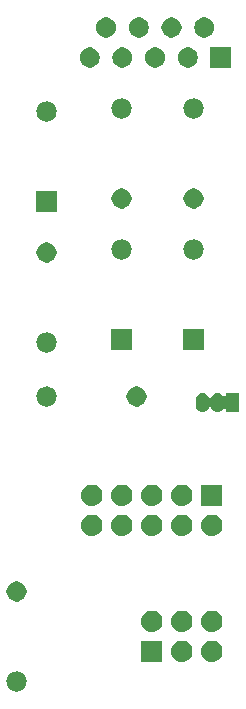
<source format=gbr>
G04 #@! TF.GenerationSoftware,KiCad,Pcbnew,5.1.4-3.fc30*
G04 #@! TF.CreationDate,2019-09-20T15:21:54+02:00*
G04 #@! TF.ProjectId,dasa-3,64617361-2d33-42e6-9b69-6361645f7063,0.5*
G04 #@! TF.SameCoordinates,Original*
G04 #@! TF.FileFunction,Soldermask,Top*
G04 #@! TF.FilePolarity,Negative*
%FSLAX46Y46*%
G04 Gerber Fmt 4.6, Leading zero omitted, Abs format (unit mm)*
G04 Created by KiCad (PCBNEW 5.1.4-3.fc30) date 2019-09-20 15:21:54*
%MOMM*%
%LPD*%
G04 APERTURE LIST*
%ADD10C,0.100000*%
G04 APERTURE END LIST*
D10*
G36*
X120562823Y-108127313D02*
G01*
X120723242Y-108175976D01*
X120855906Y-108246886D01*
X120871078Y-108254996D01*
X121000659Y-108361341D01*
X121107004Y-108490922D01*
X121107005Y-108490924D01*
X121186024Y-108638758D01*
X121234687Y-108799177D01*
X121251117Y-108966000D01*
X121234687Y-109132823D01*
X121186024Y-109293242D01*
X121115114Y-109425906D01*
X121107004Y-109441078D01*
X121000659Y-109570659D01*
X120871078Y-109677004D01*
X120871076Y-109677005D01*
X120723242Y-109756024D01*
X120562823Y-109804687D01*
X120437804Y-109817000D01*
X120354196Y-109817000D01*
X120229177Y-109804687D01*
X120068758Y-109756024D01*
X119920924Y-109677005D01*
X119920922Y-109677004D01*
X119791341Y-109570659D01*
X119684996Y-109441078D01*
X119676886Y-109425906D01*
X119605976Y-109293242D01*
X119557313Y-109132823D01*
X119540883Y-108966000D01*
X119557313Y-108799177D01*
X119605976Y-108638758D01*
X119684995Y-108490924D01*
X119684996Y-108490922D01*
X119791341Y-108361341D01*
X119920922Y-108254996D01*
X119936094Y-108246886D01*
X120068758Y-108175976D01*
X120229177Y-108127313D01*
X120354196Y-108115000D01*
X120437804Y-108115000D01*
X120562823Y-108127313D01*
X120562823Y-108127313D01*
G37*
G36*
X137085294Y-105524633D02*
G01*
X137257695Y-105576931D01*
X137416583Y-105661858D01*
X137555849Y-105776151D01*
X137670142Y-105915417D01*
X137755069Y-106074305D01*
X137807367Y-106246706D01*
X137825025Y-106426000D01*
X137807367Y-106605294D01*
X137755069Y-106777695D01*
X137670142Y-106936583D01*
X137555849Y-107075849D01*
X137416583Y-107190142D01*
X137257695Y-107275069D01*
X137085294Y-107327367D01*
X136950931Y-107340600D01*
X136861069Y-107340600D01*
X136726706Y-107327367D01*
X136554305Y-107275069D01*
X136395417Y-107190142D01*
X136256151Y-107075849D01*
X136141858Y-106936583D01*
X136056931Y-106777695D01*
X136004633Y-106605294D01*
X135986975Y-106426000D01*
X136004633Y-106246706D01*
X136056931Y-106074305D01*
X136141858Y-105915417D01*
X136256151Y-105776151D01*
X136395417Y-105661858D01*
X136554305Y-105576931D01*
X136726706Y-105524633D01*
X136861069Y-105511400D01*
X136950931Y-105511400D01*
X137085294Y-105524633D01*
X137085294Y-105524633D01*
G37*
G36*
X132740600Y-107340600D02*
G01*
X130911400Y-107340600D01*
X130911400Y-105511400D01*
X132740600Y-105511400D01*
X132740600Y-107340600D01*
X132740600Y-107340600D01*
G37*
G36*
X134545294Y-105524633D02*
G01*
X134717695Y-105576931D01*
X134876583Y-105661858D01*
X135015849Y-105776151D01*
X135130142Y-105915417D01*
X135215069Y-106074305D01*
X135267367Y-106246706D01*
X135285025Y-106426000D01*
X135267367Y-106605294D01*
X135215069Y-106777695D01*
X135130142Y-106936583D01*
X135015849Y-107075849D01*
X134876583Y-107190142D01*
X134717695Y-107275069D01*
X134545294Y-107327367D01*
X134410931Y-107340600D01*
X134321069Y-107340600D01*
X134186706Y-107327367D01*
X134014305Y-107275069D01*
X133855417Y-107190142D01*
X133716151Y-107075849D01*
X133601858Y-106936583D01*
X133516931Y-106777695D01*
X133464633Y-106605294D01*
X133446975Y-106426000D01*
X133464633Y-106246706D01*
X133516931Y-106074305D01*
X133601858Y-105915417D01*
X133716151Y-105776151D01*
X133855417Y-105661858D01*
X134014305Y-105576931D01*
X134186706Y-105524633D01*
X134321069Y-105511400D01*
X134410931Y-105511400D01*
X134545294Y-105524633D01*
X134545294Y-105524633D01*
G37*
G36*
X132005294Y-102984633D02*
G01*
X132177695Y-103036931D01*
X132336583Y-103121858D01*
X132475849Y-103236151D01*
X132590142Y-103375417D01*
X132675069Y-103534305D01*
X132727367Y-103706706D01*
X132745025Y-103886000D01*
X132727367Y-104065294D01*
X132675069Y-104237695D01*
X132590142Y-104396583D01*
X132475849Y-104535849D01*
X132336583Y-104650142D01*
X132177695Y-104735069D01*
X132005294Y-104787367D01*
X131870931Y-104800600D01*
X131781069Y-104800600D01*
X131646706Y-104787367D01*
X131474305Y-104735069D01*
X131315417Y-104650142D01*
X131176151Y-104535849D01*
X131061858Y-104396583D01*
X130976931Y-104237695D01*
X130924633Y-104065294D01*
X130906975Y-103886000D01*
X130924633Y-103706706D01*
X130976931Y-103534305D01*
X131061858Y-103375417D01*
X131176151Y-103236151D01*
X131315417Y-103121858D01*
X131474305Y-103036931D01*
X131646706Y-102984633D01*
X131781069Y-102971400D01*
X131870931Y-102971400D01*
X132005294Y-102984633D01*
X132005294Y-102984633D01*
G37*
G36*
X137085294Y-102984633D02*
G01*
X137257695Y-103036931D01*
X137416583Y-103121858D01*
X137555849Y-103236151D01*
X137670142Y-103375417D01*
X137755069Y-103534305D01*
X137807367Y-103706706D01*
X137825025Y-103886000D01*
X137807367Y-104065294D01*
X137755069Y-104237695D01*
X137670142Y-104396583D01*
X137555849Y-104535849D01*
X137416583Y-104650142D01*
X137257695Y-104735069D01*
X137085294Y-104787367D01*
X136950931Y-104800600D01*
X136861069Y-104800600D01*
X136726706Y-104787367D01*
X136554305Y-104735069D01*
X136395417Y-104650142D01*
X136256151Y-104535849D01*
X136141858Y-104396583D01*
X136056931Y-104237695D01*
X136004633Y-104065294D01*
X135986975Y-103886000D01*
X136004633Y-103706706D01*
X136056931Y-103534305D01*
X136141858Y-103375417D01*
X136256151Y-103236151D01*
X136395417Y-103121858D01*
X136554305Y-103036931D01*
X136726706Y-102984633D01*
X136861069Y-102971400D01*
X136950931Y-102971400D01*
X137085294Y-102984633D01*
X137085294Y-102984633D01*
G37*
G36*
X134545294Y-102984633D02*
G01*
X134717695Y-103036931D01*
X134876583Y-103121858D01*
X135015849Y-103236151D01*
X135130142Y-103375417D01*
X135215069Y-103534305D01*
X135267367Y-103706706D01*
X135285025Y-103886000D01*
X135267367Y-104065294D01*
X135215069Y-104237695D01*
X135130142Y-104396583D01*
X135015849Y-104535849D01*
X134876583Y-104650142D01*
X134717695Y-104735069D01*
X134545294Y-104787367D01*
X134410931Y-104800600D01*
X134321069Y-104800600D01*
X134186706Y-104787367D01*
X134014305Y-104735069D01*
X133855417Y-104650142D01*
X133716151Y-104535849D01*
X133601858Y-104396583D01*
X133516931Y-104237695D01*
X133464633Y-104065294D01*
X133446975Y-103886000D01*
X133464633Y-103706706D01*
X133516931Y-103534305D01*
X133601858Y-103375417D01*
X133716151Y-103236151D01*
X133855417Y-103121858D01*
X134014305Y-103036931D01*
X134186706Y-102984633D01*
X134321069Y-102971400D01*
X134410931Y-102971400D01*
X134545294Y-102984633D01*
X134545294Y-102984633D01*
G37*
G36*
X120644228Y-100527703D02*
G01*
X120799100Y-100591853D01*
X120938481Y-100684985D01*
X121057015Y-100803519D01*
X121150147Y-100942900D01*
X121214297Y-101097772D01*
X121247000Y-101262184D01*
X121247000Y-101429816D01*
X121214297Y-101594228D01*
X121150147Y-101749100D01*
X121057015Y-101888481D01*
X120938481Y-102007015D01*
X120799100Y-102100147D01*
X120644228Y-102164297D01*
X120479816Y-102197000D01*
X120312184Y-102197000D01*
X120147772Y-102164297D01*
X119992900Y-102100147D01*
X119853519Y-102007015D01*
X119734985Y-101888481D01*
X119641853Y-101749100D01*
X119577703Y-101594228D01*
X119545000Y-101429816D01*
X119545000Y-101262184D01*
X119577703Y-101097772D01*
X119641853Y-100942900D01*
X119734985Y-100803519D01*
X119853519Y-100684985D01*
X119992900Y-100591853D01*
X120147772Y-100527703D01*
X120312184Y-100495000D01*
X120479816Y-100495000D01*
X120644228Y-100527703D01*
X120644228Y-100527703D01*
G37*
G36*
X137085294Y-94856633D02*
G01*
X137257695Y-94908931D01*
X137416583Y-94993858D01*
X137555849Y-95108151D01*
X137670142Y-95247417D01*
X137755069Y-95406305D01*
X137807367Y-95578706D01*
X137825025Y-95758000D01*
X137807367Y-95937294D01*
X137755069Y-96109695D01*
X137670142Y-96268583D01*
X137555849Y-96407849D01*
X137416583Y-96522142D01*
X137257695Y-96607069D01*
X137085294Y-96659367D01*
X136950931Y-96672600D01*
X136861069Y-96672600D01*
X136726706Y-96659367D01*
X136554305Y-96607069D01*
X136395417Y-96522142D01*
X136256151Y-96407849D01*
X136141858Y-96268583D01*
X136056931Y-96109695D01*
X136004633Y-95937294D01*
X135986975Y-95758000D01*
X136004633Y-95578706D01*
X136056931Y-95406305D01*
X136141858Y-95247417D01*
X136256151Y-95108151D01*
X136395417Y-94993858D01*
X136554305Y-94908931D01*
X136726706Y-94856633D01*
X136861069Y-94843400D01*
X136950931Y-94843400D01*
X137085294Y-94856633D01*
X137085294Y-94856633D01*
G37*
G36*
X134545294Y-94856633D02*
G01*
X134717695Y-94908931D01*
X134876583Y-94993858D01*
X135015849Y-95108151D01*
X135130142Y-95247417D01*
X135215069Y-95406305D01*
X135267367Y-95578706D01*
X135285025Y-95758000D01*
X135267367Y-95937294D01*
X135215069Y-96109695D01*
X135130142Y-96268583D01*
X135015849Y-96407849D01*
X134876583Y-96522142D01*
X134717695Y-96607069D01*
X134545294Y-96659367D01*
X134410931Y-96672600D01*
X134321069Y-96672600D01*
X134186706Y-96659367D01*
X134014305Y-96607069D01*
X133855417Y-96522142D01*
X133716151Y-96407849D01*
X133601858Y-96268583D01*
X133516931Y-96109695D01*
X133464633Y-95937294D01*
X133446975Y-95758000D01*
X133464633Y-95578706D01*
X133516931Y-95406305D01*
X133601858Y-95247417D01*
X133716151Y-95108151D01*
X133855417Y-94993858D01*
X134014305Y-94908931D01*
X134186706Y-94856633D01*
X134321069Y-94843400D01*
X134410931Y-94843400D01*
X134545294Y-94856633D01*
X134545294Y-94856633D01*
G37*
G36*
X132005294Y-94856633D02*
G01*
X132177695Y-94908931D01*
X132336583Y-94993858D01*
X132475849Y-95108151D01*
X132590142Y-95247417D01*
X132675069Y-95406305D01*
X132727367Y-95578706D01*
X132745025Y-95758000D01*
X132727367Y-95937294D01*
X132675069Y-96109695D01*
X132590142Y-96268583D01*
X132475849Y-96407849D01*
X132336583Y-96522142D01*
X132177695Y-96607069D01*
X132005294Y-96659367D01*
X131870931Y-96672600D01*
X131781069Y-96672600D01*
X131646706Y-96659367D01*
X131474305Y-96607069D01*
X131315417Y-96522142D01*
X131176151Y-96407849D01*
X131061858Y-96268583D01*
X130976931Y-96109695D01*
X130924633Y-95937294D01*
X130906975Y-95758000D01*
X130924633Y-95578706D01*
X130976931Y-95406305D01*
X131061858Y-95247417D01*
X131176151Y-95108151D01*
X131315417Y-94993858D01*
X131474305Y-94908931D01*
X131646706Y-94856633D01*
X131781069Y-94843400D01*
X131870931Y-94843400D01*
X132005294Y-94856633D01*
X132005294Y-94856633D01*
G37*
G36*
X129465294Y-94856633D02*
G01*
X129637695Y-94908931D01*
X129796583Y-94993858D01*
X129935849Y-95108151D01*
X130050142Y-95247417D01*
X130135069Y-95406305D01*
X130187367Y-95578706D01*
X130205025Y-95758000D01*
X130187367Y-95937294D01*
X130135069Y-96109695D01*
X130050142Y-96268583D01*
X129935849Y-96407849D01*
X129796583Y-96522142D01*
X129637695Y-96607069D01*
X129465294Y-96659367D01*
X129330931Y-96672600D01*
X129241069Y-96672600D01*
X129106706Y-96659367D01*
X128934305Y-96607069D01*
X128775417Y-96522142D01*
X128636151Y-96407849D01*
X128521858Y-96268583D01*
X128436931Y-96109695D01*
X128384633Y-95937294D01*
X128366975Y-95758000D01*
X128384633Y-95578706D01*
X128436931Y-95406305D01*
X128521858Y-95247417D01*
X128636151Y-95108151D01*
X128775417Y-94993858D01*
X128934305Y-94908931D01*
X129106706Y-94856633D01*
X129241069Y-94843400D01*
X129330931Y-94843400D01*
X129465294Y-94856633D01*
X129465294Y-94856633D01*
G37*
G36*
X126925294Y-94856633D02*
G01*
X127097695Y-94908931D01*
X127256583Y-94993858D01*
X127395849Y-95108151D01*
X127510142Y-95247417D01*
X127595069Y-95406305D01*
X127647367Y-95578706D01*
X127665025Y-95758000D01*
X127647367Y-95937294D01*
X127595069Y-96109695D01*
X127510142Y-96268583D01*
X127395849Y-96407849D01*
X127256583Y-96522142D01*
X127097695Y-96607069D01*
X126925294Y-96659367D01*
X126790931Y-96672600D01*
X126701069Y-96672600D01*
X126566706Y-96659367D01*
X126394305Y-96607069D01*
X126235417Y-96522142D01*
X126096151Y-96407849D01*
X125981858Y-96268583D01*
X125896931Y-96109695D01*
X125844633Y-95937294D01*
X125826975Y-95758000D01*
X125844633Y-95578706D01*
X125896931Y-95406305D01*
X125981858Y-95247417D01*
X126096151Y-95108151D01*
X126235417Y-94993858D01*
X126394305Y-94908931D01*
X126566706Y-94856633D01*
X126701069Y-94843400D01*
X126790931Y-94843400D01*
X126925294Y-94856633D01*
X126925294Y-94856633D01*
G37*
G36*
X137820600Y-94132600D02*
G01*
X135991400Y-94132600D01*
X135991400Y-92303400D01*
X137820600Y-92303400D01*
X137820600Y-94132600D01*
X137820600Y-94132600D01*
G37*
G36*
X129465294Y-92316633D02*
G01*
X129637695Y-92368931D01*
X129796583Y-92453858D01*
X129935849Y-92568151D01*
X130050142Y-92707417D01*
X130135069Y-92866305D01*
X130187367Y-93038706D01*
X130205025Y-93218000D01*
X130187367Y-93397294D01*
X130135069Y-93569695D01*
X130050142Y-93728583D01*
X129935849Y-93867849D01*
X129796583Y-93982142D01*
X129637695Y-94067069D01*
X129465294Y-94119367D01*
X129330931Y-94132600D01*
X129241069Y-94132600D01*
X129106706Y-94119367D01*
X128934305Y-94067069D01*
X128775417Y-93982142D01*
X128636151Y-93867849D01*
X128521858Y-93728583D01*
X128436931Y-93569695D01*
X128384633Y-93397294D01*
X128366975Y-93218000D01*
X128384633Y-93038706D01*
X128436931Y-92866305D01*
X128521858Y-92707417D01*
X128636151Y-92568151D01*
X128775417Y-92453858D01*
X128934305Y-92368931D01*
X129106706Y-92316633D01*
X129241069Y-92303400D01*
X129330931Y-92303400D01*
X129465294Y-92316633D01*
X129465294Y-92316633D01*
G37*
G36*
X126925294Y-92316633D02*
G01*
X127097695Y-92368931D01*
X127256583Y-92453858D01*
X127395849Y-92568151D01*
X127510142Y-92707417D01*
X127595069Y-92866305D01*
X127647367Y-93038706D01*
X127665025Y-93218000D01*
X127647367Y-93397294D01*
X127595069Y-93569695D01*
X127510142Y-93728583D01*
X127395849Y-93867849D01*
X127256583Y-93982142D01*
X127097695Y-94067069D01*
X126925294Y-94119367D01*
X126790931Y-94132600D01*
X126701069Y-94132600D01*
X126566706Y-94119367D01*
X126394305Y-94067069D01*
X126235417Y-93982142D01*
X126096151Y-93867849D01*
X125981858Y-93728583D01*
X125896931Y-93569695D01*
X125844633Y-93397294D01*
X125826975Y-93218000D01*
X125844633Y-93038706D01*
X125896931Y-92866305D01*
X125981858Y-92707417D01*
X126096151Y-92568151D01*
X126235417Y-92453858D01*
X126394305Y-92368931D01*
X126566706Y-92316633D01*
X126701069Y-92303400D01*
X126790931Y-92303400D01*
X126925294Y-92316633D01*
X126925294Y-92316633D01*
G37*
G36*
X132005294Y-92316633D02*
G01*
X132177695Y-92368931D01*
X132336583Y-92453858D01*
X132475849Y-92568151D01*
X132590142Y-92707417D01*
X132675069Y-92866305D01*
X132727367Y-93038706D01*
X132745025Y-93218000D01*
X132727367Y-93397294D01*
X132675069Y-93569695D01*
X132590142Y-93728583D01*
X132475849Y-93867849D01*
X132336583Y-93982142D01*
X132177695Y-94067069D01*
X132005294Y-94119367D01*
X131870931Y-94132600D01*
X131781069Y-94132600D01*
X131646706Y-94119367D01*
X131474305Y-94067069D01*
X131315417Y-93982142D01*
X131176151Y-93867849D01*
X131061858Y-93728583D01*
X130976931Y-93569695D01*
X130924633Y-93397294D01*
X130906975Y-93218000D01*
X130924633Y-93038706D01*
X130976931Y-92866305D01*
X131061858Y-92707417D01*
X131176151Y-92568151D01*
X131315417Y-92453858D01*
X131474305Y-92368931D01*
X131646706Y-92316633D01*
X131781069Y-92303400D01*
X131870931Y-92303400D01*
X132005294Y-92316633D01*
X132005294Y-92316633D01*
G37*
G36*
X134545294Y-92316633D02*
G01*
X134717695Y-92368931D01*
X134876583Y-92453858D01*
X135015849Y-92568151D01*
X135130142Y-92707417D01*
X135215069Y-92866305D01*
X135267367Y-93038706D01*
X135285025Y-93218000D01*
X135267367Y-93397294D01*
X135215069Y-93569695D01*
X135130142Y-93728583D01*
X135015849Y-93867849D01*
X134876583Y-93982142D01*
X134717695Y-94067069D01*
X134545294Y-94119367D01*
X134410931Y-94132600D01*
X134321069Y-94132600D01*
X134186706Y-94119367D01*
X134014305Y-94067069D01*
X133855417Y-93982142D01*
X133716151Y-93867849D01*
X133601858Y-93728583D01*
X133516931Y-93569695D01*
X133464633Y-93397294D01*
X133446975Y-93218000D01*
X133464633Y-93038706D01*
X133516931Y-92866305D01*
X133601858Y-92707417D01*
X133716151Y-92568151D01*
X133855417Y-92453858D01*
X134014305Y-92368931D01*
X134186706Y-92316633D01*
X134321069Y-92303400D01*
X134410931Y-92303400D01*
X134545294Y-92316633D01*
X134545294Y-92316633D01*
G37*
G36*
X137526916Y-84551334D02*
G01*
X137635492Y-84584271D01*
X137635495Y-84584272D01*
X137671601Y-84603571D01*
X137735557Y-84637756D01*
X137823264Y-84709736D01*
X137886383Y-84786646D01*
X137903702Y-84803965D01*
X137924077Y-84817579D01*
X137946716Y-84826957D01*
X137970749Y-84831737D01*
X137995253Y-84831737D01*
X138019286Y-84826957D01*
X138041925Y-84817579D01*
X138062299Y-84803966D01*
X138079626Y-84786639D01*
X138093240Y-84766264D01*
X138102618Y-84743625D01*
X138107398Y-84719592D01*
X138108000Y-84707340D01*
X138108000Y-84543000D01*
X139260000Y-84543000D01*
X139260000Y-86145000D01*
X138108000Y-86145000D01*
X138108000Y-85980660D01*
X138105598Y-85956274D01*
X138098485Y-85932825D01*
X138086934Y-85911214D01*
X138071389Y-85892272D01*
X138052447Y-85876727D01*
X138030836Y-85865176D01*
X138007387Y-85858063D01*
X137983001Y-85855661D01*
X137958615Y-85858063D01*
X137935166Y-85865176D01*
X137913555Y-85876727D01*
X137886381Y-85901356D01*
X137823264Y-85978264D01*
X137735556Y-86050244D01*
X137671600Y-86084429D01*
X137635494Y-86103728D01*
X137635491Y-86103729D01*
X137526915Y-86136666D01*
X137414000Y-86147787D01*
X137301084Y-86136666D01*
X137192508Y-86103729D01*
X137192505Y-86103728D01*
X137156399Y-86084429D01*
X137092443Y-86050244D01*
X137004736Y-85978264D01*
X136932756Y-85890556D01*
X136889239Y-85809140D01*
X136875625Y-85788766D01*
X136858298Y-85771439D01*
X136837924Y-85757825D01*
X136815285Y-85748448D01*
X136791251Y-85743668D01*
X136766747Y-85743668D01*
X136742714Y-85748449D01*
X136720075Y-85757826D01*
X136699701Y-85771440D01*
X136682374Y-85788767D01*
X136668762Y-85809140D01*
X136625244Y-85890557D01*
X136553264Y-85978264D01*
X136465556Y-86050244D01*
X136401600Y-86084429D01*
X136365494Y-86103728D01*
X136365491Y-86103729D01*
X136256915Y-86136666D01*
X136144000Y-86147787D01*
X136031084Y-86136666D01*
X135922508Y-86103729D01*
X135922505Y-86103728D01*
X135886399Y-86084429D01*
X135822443Y-86050244D01*
X135734736Y-85978264D01*
X135662756Y-85890556D01*
X135619239Y-85809140D01*
X135609272Y-85790494D01*
X135603492Y-85771440D01*
X135576334Y-85681915D01*
X135568000Y-85597297D01*
X135568000Y-85090702D01*
X135576334Y-85006084D01*
X135609271Y-84897508D01*
X135609272Y-84897505D01*
X135662756Y-84797445D01*
X135662757Y-84797443D01*
X135734737Y-84709736D01*
X135822444Y-84637756D01*
X135886400Y-84603571D01*
X135922506Y-84584272D01*
X135922509Y-84584271D01*
X136031085Y-84551334D01*
X136144000Y-84540213D01*
X136256916Y-84551334D01*
X136365492Y-84584271D01*
X136365495Y-84584272D01*
X136401601Y-84603571D01*
X136465557Y-84637756D01*
X136553264Y-84709736D01*
X136625244Y-84797443D01*
X136668761Y-84878859D01*
X136682375Y-84899234D01*
X136699702Y-84916561D01*
X136720076Y-84930174D01*
X136742715Y-84939552D01*
X136766748Y-84944332D01*
X136791252Y-84944332D01*
X136815285Y-84939552D01*
X136837924Y-84930174D01*
X136858299Y-84916560D01*
X136875626Y-84899233D01*
X136889239Y-84878859D01*
X136932756Y-84797445D01*
X136932757Y-84797443D01*
X137004737Y-84709736D01*
X137092444Y-84637756D01*
X137156400Y-84603571D01*
X137192506Y-84584272D01*
X137192509Y-84584271D01*
X137301085Y-84551334D01*
X137414000Y-84540213D01*
X137526916Y-84551334D01*
X137526916Y-84551334D01*
G37*
G36*
X130804228Y-84017703D02*
G01*
X130959100Y-84081853D01*
X131098481Y-84174985D01*
X131217015Y-84293519D01*
X131310147Y-84432900D01*
X131374297Y-84587772D01*
X131407000Y-84752184D01*
X131407000Y-84919816D01*
X131374297Y-85084228D01*
X131310147Y-85239100D01*
X131217015Y-85378481D01*
X131098481Y-85497015D01*
X130959100Y-85590147D01*
X130804228Y-85654297D01*
X130639816Y-85687000D01*
X130472184Y-85687000D01*
X130307772Y-85654297D01*
X130152900Y-85590147D01*
X130013519Y-85497015D01*
X129894985Y-85378481D01*
X129801853Y-85239100D01*
X129737703Y-85084228D01*
X129705000Y-84919816D01*
X129705000Y-84752184D01*
X129737703Y-84587772D01*
X129801853Y-84432900D01*
X129894985Y-84293519D01*
X130013519Y-84174985D01*
X130152900Y-84081853D01*
X130307772Y-84017703D01*
X130472184Y-83985000D01*
X130639816Y-83985000D01*
X130804228Y-84017703D01*
X130804228Y-84017703D01*
G37*
G36*
X123102823Y-83997313D02*
G01*
X123263242Y-84045976D01*
X123330361Y-84081852D01*
X123411078Y-84124996D01*
X123540659Y-84231341D01*
X123647004Y-84360922D01*
X123647005Y-84360924D01*
X123726024Y-84508758D01*
X123774687Y-84669177D01*
X123791117Y-84836000D01*
X123774687Y-85002823D01*
X123726024Y-85163242D01*
X123685477Y-85239100D01*
X123647004Y-85311078D01*
X123540659Y-85440659D01*
X123411078Y-85547004D01*
X123411076Y-85547005D01*
X123263242Y-85626024D01*
X123102823Y-85674687D01*
X122977804Y-85687000D01*
X122894196Y-85687000D01*
X122769177Y-85674687D01*
X122608758Y-85626024D01*
X122460924Y-85547005D01*
X122460922Y-85547004D01*
X122331341Y-85440659D01*
X122224996Y-85311078D01*
X122186523Y-85239100D01*
X122145976Y-85163242D01*
X122097313Y-85002823D01*
X122080883Y-84836000D01*
X122097313Y-84669177D01*
X122145976Y-84508758D01*
X122224995Y-84360924D01*
X122224996Y-84360922D01*
X122331341Y-84231341D01*
X122460922Y-84124996D01*
X122541639Y-84081852D01*
X122608758Y-84045976D01*
X122769177Y-83997313D01*
X122894196Y-83985000D01*
X122977804Y-83985000D01*
X123102823Y-83997313D01*
X123102823Y-83997313D01*
G37*
G36*
X123102823Y-79425313D02*
G01*
X123263242Y-79473976D01*
X123395906Y-79544886D01*
X123411078Y-79552996D01*
X123540659Y-79659341D01*
X123647004Y-79788922D01*
X123647005Y-79788924D01*
X123726024Y-79936758D01*
X123774687Y-80097177D01*
X123791117Y-80264000D01*
X123774687Y-80430823D01*
X123726024Y-80591242D01*
X123655114Y-80723906D01*
X123647004Y-80739078D01*
X123540659Y-80868659D01*
X123411078Y-80975004D01*
X123411076Y-80975005D01*
X123263242Y-81054024D01*
X123102823Y-81102687D01*
X122977804Y-81115000D01*
X122894196Y-81115000D01*
X122769177Y-81102687D01*
X122608758Y-81054024D01*
X122460924Y-80975005D01*
X122460922Y-80975004D01*
X122331341Y-80868659D01*
X122224996Y-80739078D01*
X122216886Y-80723906D01*
X122145976Y-80591242D01*
X122097313Y-80430823D01*
X122080883Y-80264000D01*
X122097313Y-80097177D01*
X122145976Y-79936758D01*
X122224995Y-79788924D01*
X122224996Y-79788922D01*
X122331341Y-79659341D01*
X122460922Y-79552996D01*
X122476094Y-79544886D01*
X122608758Y-79473976D01*
X122769177Y-79425313D01*
X122894196Y-79413000D01*
X122977804Y-79413000D01*
X123102823Y-79425313D01*
X123102823Y-79425313D01*
G37*
G36*
X136233000Y-80861000D02*
G01*
X134531000Y-80861000D01*
X134531000Y-79159000D01*
X136233000Y-79159000D01*
X136233000Y-80861000D01*
X136233000Y-80861000D01*
G37*
G36*
X130137000Y-80861000D02*
G01*
X128435000Y-80861000D01*
X128435000Y-79159000D01*
X130137000Y-79159000D01*
X130137000Y-80861000D01*
X130137000Y-80861000D01*
G37*
G36*
X123184228Y-71825703D02*
G01*
X123339100Y-71889853D01*
X123478481Y-71982985D01*
X123597015Y-72101519D01*
X123690147Y-72240900D01*
X123754297Y-72395772D01*
X123787000Y-72560184D01*
X123787000Y-72727816D01*
X123754297Y-72892228D01*
X123690147Y-73047100D01*
X123597015Y-73186481D01*
X123478481Y-73305015D01*
X123339100Y-73398147D01*
X123184228Y-73462297D01*
X123019816Y-73495000D01*
X122852184Y-73495000D01*
X122687772Y-73462297D01*
X122532900Y-73398147D01*
X122393519Y-73305015D01*
X122274985Y-73186481D01*
X122181853Y-73047100D01*
X122117703Y-72892228D01*
X122085000Y-72727816D01*
X122085000Y-72560184D01*
X122117703Y-72395772D01*
X122181853Y-72240900D01*
X122274985Y-72101519D01*
X122393519Y-71982985D01*
X122532900Y-71889853D01*
X122687772Y-71825703D01*
X122852184Y-71793000D01*
X123019816Y-71793000D01*
X123184228Y-71825703D01*
X123184228Y-71825703D01*
G37*
G36*
X129452823Y-71551313D02*
G01*
X129613242Y-71599976D01*
X129745906Y-71670886D01*
X129761078Y-71678996D01*
X129890659Y-71785341D01*
X129997004Y-71914922D01*
X129997005Y-71914924D01*
X130076024Y-72062758D01*
X130124687Y-72223177D01*
X130141117Y-72390000D01*
X130124687Y-72556823D01*
X130076024Y-72717242D01*
X130070372Y-72727816D01*
X129997004Y-72865078D01*
X129890659Y-72994659D01*
X129761078Y-73101004D01*
X129761076Y-73101005D01*
X129613242Y-73180024D01*
X129452823Y-73228687D01*
X129327804Y-73241000D01*
X129244196Y-73241000D01*
X129119177Y-73228687D01*
X128958758Y-73180024D01*
X128810924Y-73101005D01*
X128810922Y-73101004D01*
X128681341Y-72994659D01*
X128574996Y-72865078D01*
X128501628Y-72727816D01*
X128495976Y-72717242D01*
X128447313Y-72556823D01*
X128430883Y-72390000D01*
X128447313Y-72223177D01*
X128495976Y-72062758D01*
X128574995Y-71914924D01*
X128574996Y-71914922D01*
X128681341Y-71785341D01*
X128810922Y-71678996D01*
X128826094Y-71670886D01*
X128958758Y-71599976D01*
X129119177Y-71551313D01*
X129244196Y-71539000D01*
X129327804Y-71539000D01*
X129452823Y-71551313D01*
X129452823Y-71551313D01*
G37*
G36*
X135548823Y-71551313D02*
G01*
X135709242Y-71599976D01*
X135841906Y-71670886D01*
X135857078Y-71678996D01*
X135986659Y-71785341D01*
X136093004Y-71914922D01*
X136093005Y-71914924D01*
X136172024Y-72062758D01*
X136220687Y-72223177D01*
X136237117Y-72390000D01*
X136220687Y-72556823D01*
X136172024Y-72717242D01*
X136166372Y-72727816D01*
X136093004Y-72865078D01*
X135986659Y-72994659D01*
X135857078Y-73101004D01*
X135857076Y-73101005D01*
X135709242Y-73180024D01*
X135548823Y-73228687D01*
X135423804Y-73241000D01*
X135340196Y-73241000D01*
X135215177Y-73228687D01*
X135054758Y-73180024D01*
X134906924Y-73101005D01*
X134906922Y-73101004D01*
X134777341Y-72994659D01*
X134670996Y-72865078D01*
X134597628Y-72727816D01*
X134591976Y-72717242D01*
X134543313Y-72556823D01*
X134526883Y-72390000D01*
X134543313Y-72223177D01*
X134591976Y-72062758D01*
X134670995Y-71914924D01*
X134670996Y-71914922D01*
X134777341Y-71785341D01*
X134906922Y-71678996D01*
X134922094Y-71670886D01*
X135054758Y-71599976D01*
X135215177Y-71551313D01*
X135340196Y-71539000D01*
X135423804Y-71539000D01*
X135548823Y-71551313D01*
X135548823Y-71551313D01*
G37*
G36*
X123787000Y-69177000D02*
G01*
X122085000Y-69177000D01*
X122085000Y-67475000D01*
X123787000Y-67475000D01*
X123787000Y-69177000D01*
X123787000Y-69177000D01*
G37*
G36*
X129534228Y-67253703D02*
G01*
X129689100Y-67317853D01*
X129828481Y-67410985D01*
X129947015Y-67529519D01*
X130040147Y-67668900D01*
X130104297Y-67823772D01*
X130137000Y-67988184D01*
X130137000Y-68155816D01*
X130104297Y-68320228D01*
X130040147Y-68475100D01*
X129947015Y-68614481D01*
X129828481Y-68733015D01*
X129689100Y-68826147D01*
X129534228Y-68890297D01*
X129369816Y-68923000D01*
X129202184Y-68923000D01*
X129037772Y-68890297D01*
X128882900Y-68826147D01*
X128743519Y-68733015D01*
X128624985Y-68614481D01*
X128531853Y-68475100D01*
X128467703Y-68320228D01*
X128435000Y-68155816D01*
X128435000Y-67988184D01*
X128467703Y-67823772D01*
X128531853Y-67668900D01*
X128624985Y-67529519D01*
X128743519Y-67410985D01*
X128882900Y-67317853D01*
X129037772Y-67253703D01*
X129202184Y-67221000D01*
X129369816Y-67221000D01*
X129534228Y-67253703D01*
X129534228Y-67253703D01*
G37*
G36*
X135630228Y-67253703D02*
G01*
X135785100Y-67317853D01*
X135924481Y-67410985D01*
X136043015Y-67529519D01*
X136136147Y-67668900D01*
X136200297Y-67823772D01*
X136233000Y-67988184D01*
X136233000Y-68155816D01*
X136200297Y-68320228D01*
X136136147Y-68475100D01*
X136043015Y-68614481D01*
X135924481Y-68733015D01*
X135785100Y-68826147D01*
X135630228Y-68890297D01*
X135465816Y-68923000D01*
X135298184Y-68923000D01*
X135133772Y-68890297D01*
X134978900Y-68826147D01*
X134839519Y-68733015D01*
X134720985Y-68614481D01*
X134627853Y-68475100D01*
X134563703Y-68320228D01*
X134531000Y-68155816D01*
X134531000Y-67988184D01*
X134563703Y-67823772D01*
X134627853Y-67668900D01*
X134720985Y-67529519D01*
X134839519Y-67410985D01*
X134978900Y-67317853D01*
X135133772Y-67253703D01*
X135298184Y-67221000D01*
X135465816Y-67221000D01*
X135630228Y-67253703D01*
X135630228Y-67253703D01*
G37*
G36*
X123102823Y-59867313D02*
G01*
X123263242Y-59915976D01*
X123395906Y-59986886D01*
X123411078Y-59994996D01*
X123540659Y-60101341D01*
X123647004Y-60230922D01*
X123647005Y-60230924D01*
X123726024Y-60378758D01*
X123774687Y-60539177D01*
X123791117Y-60706000D01*
X123774687Y-60872823D01*
X123726024Y-61033242D01*
X123713507Y-61056659D01*
X123647004Y-61181078D01*
X123540659Y-61310659D01*
X123411078Y-61417004D01*
X123411076Y-61417005D01*
X123263242Y-61496024D01*
X123102823Y-61544687D01*
X122977804Y-61557000D01*
X122894196Y-61557000D01*
X122769177Y-61544687D01*
X122608758Y-61496024D01*
X122460924Y-61417005D01*
X122460922Y-61417004D01*
X122331341Y-61310659D01*
X122224996Y-61181078D01*
X122158493Y-61056659D01*
X122145976Y-61033242D01*
X122097313Y-60872823D01*
X122080883Y-60706000D01*
X122097313Y-60539177D01*
X122145976Y-60378758D01*
X122224995Y-60230924D01*
X122224996Y-60230922D01*
X122331341Y-60101341D01*
X122460922Y-59994996D01*
X122476094Y-59986886D01*
X122608758Y-59915976D01*
X122769177Y-59867313D01*
X122894196Y-59855000D01*
X122977804Y-59855000D01*
X123102823Y-59867313D01*
X123102823Y-59867313D01*
G37*
G36*
X135548823Y-59613313D02*
G01*
X135709242Y-59661976D01*
X135841906Y-59732886D01*
X135857078Y-59740996D01*
X135986659Y-59847341D01*
X136093004Y-59976922D01*
X136093005Y-59976924D01*
X136172024Y-60124758D01*
X136220687Y-60285177D01*
X136237117Y-60452000D01*
X136220687Y-60618823D01*
X136172024Y-60779242D01*
X136122004Y-60872823D01*
X136093004Y-60927078D01*
X135986659Y-61056659D01*
X135857078Y-61163004D01*
X135857076Y-61163005D01*
X135709242Y-61242024D01*
X135548823Y-61290687D01*
X135423804Y-61303000D01*
X135340196Y-61303000D01*
X135215177Y-61290687D01*
X135054758Y-61242024D01*
X134906924Y-61163005D01*
X134906922Y-61163004D01*
X134777341Y-61056659D01*
X134670996Y-60927078D01*
X134641996Y-60872823D01*
X134591976Y-60779242D01*
X134543313Y-60618823D01*
X134526883Y-60452000D01*
X134543313Y-60285177D01*
X134591976Y-60124758D01*
X134670995Y-59976924D01*
X134670996Y-59976922D01*
X134777341Y-59847341D01*
X134906922Y-59740996D01*
X134922094Y-59732886D01*
X135054758Y-59661976D01*
X135215177Y-59613313D01*
X135340196Y-59601000D01*
X135423804Y-59601000D01*
X135548823Y-59613313D01*
X135548823Y-59613313D01*
G37*
G36*
X129452823Y-59613313D02*
G01*
X129613242Y-59661976D01*
X129745906Y-59732886D01*
X129761078Y-59740996D01*
X129890659Y-59847341D01*
X129997004Y-59976922D01*
X129997005Y-59976924D01*
X130076024Y-60124758D01*
X130124687Y-60285177D01*
X130141117Y-60452000D01*
X130124687Y-60618823D01*
X130076024Y-60779242D01*
X130026004Y-60872823D01*
X129997004Y-60927078D01*
X129890659Y-61056659D01*
X129761078Y-61163004D01*
X129761076Y-61163005D01*
X129613242Y-61242024D01*
X129452823Y-61290687D01*
X129327804Y-61303000D01*
X129244196Y-61303000D01*
X129119177Y-61290687D01*
X128958758Y-61242024D01*
X128810924Y-61163005D01*
X128810922Y-61163004D01*
X128681341Y-61056659D01*
X128574996Y-60927078D01*
X128545996Y-60872823D01*
X128495976Y-60779242D01*
X128447313Y-60618823D01*
X128430883Y-60452000D01*
X128447313Y-60285177D01*
X128495976Y-60124758D01*
X128574995Y-59976924D01*
X128574996Y-59976922D01*
X128681341Y-59847341D01*
X128810922Y-59740996D01*
X128826094Y-59732886D01*
X128958758Y-59661976D01*
X129119177Y-59613313D01*
X129244196Y-59601000D01*
X129327804Y-59601000D01*
X129452823Y-59613313D01*
X129452823Y-59613313D01*
G37*
G36*
X126836228Y-55315703D02*
G01*
X126991100Y-55379853D01*
X127130481Y-55472985D01*
X127249015Y-55591519D01*
X127342147Y-55730900D01*
X127406297Y-55885772D01*
X127439000Y-56050184D01*
X127439000Y-56217816D01*
X127406297Y-56382228D01*
X127342147Y-56537100D01*
X127249015Y-56676481D01*
X127130481Y-56795015D01*
X126991100Y-56888147D01*
X126836228Y-56952297D01*
X126671816Y-56985000D01*
X126504184Y-56985000D01*
X126339772Y-56952297D01*
X126184900Y-56888147D01*
X126045519Y-56795015D01*
X125926985Y-56676481D01*
X125833853Y-56537100D01*
X125769703Y-56382228D01*
X125737000Y-56217816D01*
X125737000Y-56050184D01*
X125769703Y-55885772D01*
X125833853Y-55730900D01*
X125926985Y-55591519D01*
X126045519Y-55472985D01*
X126184900Y-55379853D01*
X126339772Y-55315703D01*
X126504184Y-55283000D01*
X126671816Y-55283000D01*
X126836228Y-55315703D01*
X126836228Y-55315703D01*
G37*
G36*
X138519000Y-56985000D02*
G01*
X136817000Y-56985000D01*
X136817000Y-55283000D01*
X138519000Y-55283000D01*
X138519000Y-56985000D01*
X138519000Y-56985000D01*
G37*
G36*
X135146228Y-55315703D02*
G01*
X135301100Y-55379853D01*
X135440481Y-55472985D01*
X135559015Y-55591519D01*
X135652147Y-55730900D01*
X135716297Y-55885772D01*
X135749000Y-56050184D01*
X135749000Y-56217816D01*
X135716297Y-56382228D01*
X135652147Y-56537100D01*
X135559015Y-56676481D01*
X135440481Y-56795015D01*
X135301100Y-56888147D01*
X135146228Y-56952297D01*
X134981816Y-56985000D01*
X134814184Y-56985000D01*
X134649772Y-56952297D01*
X134494900Y-56888147D01*
X134355519Y-56795015D01*
X134236985Y-56676481D01*
X134143853Y-56537100D01*
X134079703Y-56382228D01*
X134047000Y-56217816D01*
X134047000Y-56050184D01*
X134079703Y-55885772D01*
X134143853Y-55730900D01*
X134236985Y-55591519D01*
X134355519Y-55472985D01*
X134494900Y-55379853D01*
X134649772Y-55315703D01*
X134814184Y-55283000D01*
X134981816Y-55283000D01*
X135146228Y-55315703D01*
X135146228Y-55315703D01*
G37*
G36*
X132376228Y-55315703D02*
G01*
X132531100Y-55379853D01*
X132670481Y-55472985D01*
X132789015Y-55591519D01*
X132882147Y-55730900D01*
X132946297Y-55885772D01*
X132979000Y-56050184D01*
X132979000Y-56217816D01*
X132946297Y-56382228D01*
X132882147Y-56537100D01*
X132789015Y-56676481D01*
X132670481Y-56795015D01*
X132531100Y-56888147D01*
X132376228Y-56952297D01*
X132211816Y-56985000D01*
X132044184Y-56985000D01*
X131879772Y-56952297D01*
X131724900Y-56888147D01*
X131585519Y-56795015D01*
X131466985Y-56676481D01*
X131373853Y-56537100D01*
X131309703Y-56382228D01*
X131277000Y-56217816D01*
X131277000Y-56050184D01*
X131309703Y-55885772D01*
X131373853Y-55730900D01*
X131466985Y-55591519D01*
X131585519Y-55472985D01*
X131724900Y-55379853D01*
X131879772Y-55315703D01*
X132044184Y-55283000D01*
X132211816Y-55283000D01*
X132376228Y-55315703D01*
X132376228Y-55315703D01*
G37*
G36*
X129606228Y-55315703D02*
G01*
X129761100Y-55379853D01*
X129900481Y-55472985D01*
X130019015Y-55591519D01*
X130112147Y-55730900D01*
X130176297Y-55885772D01*
X130209000Y-56050184D01*
X130209000Y-56217816D01*
X130176297Y-56382228D01*
X130112147Y-56537100D01*
X130019015Y-56676481D01*
X129900481Y-56795015D01*
X129761100Y-56888147D01*
X129606228Y-56952297D01*
X129441816Y-56985000D01*
X129274184Y-56985000D01*
X129109772Y-56952297D01*
X128954900Y-56888147D01*
X128815519Y-56795015D01*
X128696985Y-56676481D01*
X128603853Y-56537100D01*
X128539703Y-56382228D01*
X128507000Y-56217816D01*
X128507000Y-56050184D01*
X128539703Y-55885772D01*
X128603853Y-55730900D01*
X128696985Y-55591519D01*
X128815519Y-55472985D01*
X128954900Y-55379853D01*
X129109772Y-55315703D01*
X129274184Y-55283000D01*
X129441816Y-55283000D01*
X129606228Y-55315703D01*
X129606228Y-55315703D01*
G37*
G36*
X136531228Y-52775703D02*
G01*
X136686100Y-52839853D01*
X136825481Y-52932985D01*
X136944015Y-53051519D01*
X137037147Y-53190900D01*
X137101297Y-53345772D01*
X137134000Y-53510184D01*
X137134000Y-53677816D01*
X137101297Y-53842228D01*
X137037147Y-53997100D01*
X136944015Y-54136481D01*
X136825481Y-54255015D01*
X136686100Y-54348147D01*
X136531228Y-54412297D01*
X136366816Y-54445000D01*
X136199184Y-54445000D01*
X136034772Y-54412297D01*
X135879900Y-54348147D01*
X135740519Y-54255015D01*
X135621985Y-54136481D01*
X135528853Y-53997100D01*
X135464703Y-53842228D01*
X135432000Y-53677816D01*
X135432000Y-53510184D01*
X135464703Y-53345772D01*
X135528853Y-53190900D01*
X135621985Y-53051519D01*
X135740519Y-52932985D01*
X135879900Y-52839853D01*
X136034772Y-52775703D01*
X136199184Y-52743000D01*
X136366816Y-52743000D01*
X136531228Y-52775703D01*
X136531228Y-52775703D01*
G37*
G36*
X133761228Y-52775703D02*
G01*
X133916100Y-52839853D01*
X134055481Y-52932985D01*
X134174015Y-53051519D01*
X134267147Y-53190900D01*
X134331297Y-53345772D01*
X134364000Y-53510184D01*
X134364000Y-53677816D01*
X134331297Y-53842228D01*
X134267147Y-53997100D01*
X134174015Y-54136481D01*
X134055481Y-54255015D01*
X133916100Y-54348147D01*
X133761228Y-54412297D01*
X133596816Y-54445000D01*
X133429184Y-54445000D01*
X133264772Y-54412297D01*
X133109900Y-54348147D01*
X132970519Y-54255015D01*
X132851985Y-54136481D01*
X132758853Y-53997100D01*
X132694703Y-53842228D01*
X132662000Y-53677816D01*
X132662000Y-53510184D01*
X132694703Y-53345772D01*
X132758853Y-53190900D01*
X132851985Y-53051519D01*
X132970519Y-52932985D01*
X133109900Y-52839853D01*
X133264772Y-52775703D01*
X133429184Y-52743000D01*
X133596816Y-52743000D01*
X133761228Y-52775703D01*
X133761228Y-52775703D01*
G37*
G36*
X130991228Y-52775703D02*
G01*
X131146100Y-52839853D01*
X131285481Y-52932985D01*
X131404015Y-53051519D01*
X131497147Y-53190900D01*
X131561297Y-53345772D01*
X131594000Y-53510184D01*
X131594000Y-53677816D01*
X131561297Y-53842228D01*
X131497147Y-53997100D01*
X131404015Y-54136481D01*
X131285481Y-54255015D01*
X131146100Y-54348147D01*
X130991228Y-54412297D01*
X130826816Y-54445000D01*
X130659184Y-54445000D01*
X130494772Y-54412297D01*
X130339900Y-54348147D01*
X130200519Y-54255015D01*
X130081985Y-54136481D01*
X129988853Y-53997100D01*
X129924703Y-53842228D01*
X129892000Y-53677816D01*
X129892000Y-53510184D01*
X129924703Y-53345772D01*
X129988853Y-53190900D01*
X130081985Y-53051519D01*
X130200519Y-52932985D01*
X130339900Y-52839853D01*
X130494772Y-52775703D01*
X130659184Y-52743000D01*
X130826816Y-52743000D01*
X130991228Y-52775703D01*
X130991228Y-52775703D01*
G37*
G36*
X128221228Y-52775703D02*
G01*
X128376100Y-52839853D01*
X128515481Y-52932985D01*
X128634015Y-53051519D01*
X128727147Y-53190900D01*
X128791297Y-53345772D01*
X128824000Y-53510184D01*
X128824000Y-53677816D01*
X128791297Y-53842228D01*
X128727147Y-53997100D01*
X128634015Y-54136481D01*
X128515481Y-54255015D01*
X128376100Y-54348147D01*
X128221228Y-54412297D01*
X128056816Y-54445000D01*
X127889184Y-54445000D01*
X127724772Y-54412297D01*
X127569900Y-54348147D01*
X127430519Y-54255015D01*
X127311985Y-54136481D01*
X127218853Y-53997100D01*
X127154703Y-53842228D01*
X127122000Y-53677816D01*
X127122000Y-53510184D01*
X127154703Y-53345772D01*
X127218853Y-53190900D01*
X127311985Y-53051519D01*
X127430519Y-52932985D01*
X127569900Y-52839853D01*
X127724772Y-52775703D01*
X127889184Y-52743000D01*
X128056816Y-52743000D01*
X128221228Y-52775703D01*
X128221228Y-52775703D01*
G37*
M02*

</source>
